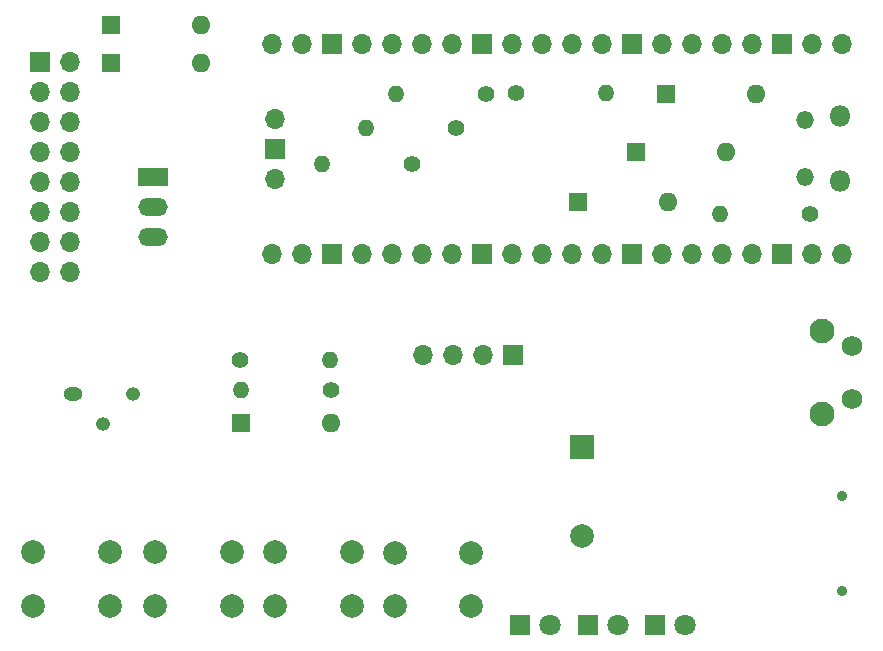
<source format=gbr>
%TF.GenerationSoftware,KiCad,Pcbnew,7.0.8*%
%TF.CreationDate,2023-11-12T18:19:46+02:00*%
%TF.ProjectId,PicoDrive,5069636f-4472-4697-9665-2e6b69636164,rev?*%
%TF.SameCoordinates,PX55854f8PY4548d10*%
%TF.FileFunction,Soldermask,Bot*%
%TF.FilePolarity,Negative*%
%FSLAX46Y46*%
G04 Gerber Fmt 4.6, Leading zero omitted, Abs format (unit mm)*
G04 Created by KiCad (PCBNEW 7.0.8) date 2023-11-12 18:19:46*
%MOMM*%
%LPD*%
G01*
G04 APERTURE LIST*
%ADD10R,2.000000X2.000000*%
%ADD11C,2.000000*%
%ADD12O,1.800000X1.800000*%
%ADD13O,1.500000X1.500000*%
%ADD14O,1.700000X1.700000*%
%ADD15R,1.700000X1.700000*%
%ADD16C,1.400000*%
%ADD17O,1.400000X1.400000*%
%ADD18R,1.600000X1.600000*%
%ADD19O,1.600000X1.600000*%
%ADD20R,1.800000X1.800000*%
%ADD21C,1.800000*%
%ADD22C,0.900000*%
%ADD23O,1.600000X1.200000*%
%ADD24O,1.200000X1.200000*%
%ADD25C,2.100000*%
%ADD26C,1.750000*%
%ADD27R,2.500000X1.500000*%
%ADD28O,2.500000X1.500000*%
G04 APERTURE END LIST*
D10*
%TO.C,BZ1*%
X49300000Y-39800000D03*
D11*
X49300000Y-47400000D03*
%TD*%
D12*
%TO.C,U1*%
X71165000Y-11835000D03*
D13*
X68135000Y-12135000D03*
X68135000Y-16985000D03*
D12*
X71165000Y-17285000D03*
D14*
X71295000Y-5670000D03*
X68755000Y-5670000D03*
D15*
X66215000Y-5670000D03*
D14*
X63675000Y-5670000D03*
X61135000Y-5670000D03*
X58595000Y-5670000D03*
X56055000Y-5670000D03*
D15*
X53515000Y-5670000D03*
D14*
X50975000Y-5670000D03*
X48435000Y-5670000D03*
X45895000Y-5670000D03*
X43355000Y-5670000D03*
D15*
X40815000Y-5670000D03*
D14*
X38275000Y-5670000D03*
X35735000Y-5670000D03*
X33195000Y-5670000D03*
X30655000Y-5670000D03*
D15*
X28115000Y-5670000D03*
D14*
X25575000Y-5670000D03*
X23035000Y-5670000D03*
X23035000Y-23450000D03*
X25575000Y-23450000D03*
D15*
X28115000Y-23450000D03*
D14*
X30655000Y-23450000D03*
X33195000Y-23450000D03*
X35735000Y-23450000D03*
X38275000Y-23450000D03*
D15*
X40815000Y-23450000D03*
D14*
X43355000Y-23450000D03*
X45895000Y-23450000D03*
X48435000Y-23450000D03*
X50975000Y-23450000D03*
D15*
X53515000Y-23450000D03*
D14*
X56055000Y-23450000D03*
X58595000Y-23450000D03*
X61135000Y-23450000D03*
X63675000Y-23450000D03*
D15*
X66215000Y-23450000D03*
D14*
X68755000Y-23450000D03*
X71295000Y-23450000D03*
X23265000Y-12020000D03*
D15*
X23265000Y-14560000D03*
D14*
X23265000Y-17100000D03*
%TD*%
D15*
%TO.C,J1*%
X3435000Y-7255000D03*
D14*
X5975000Y-7255000D03*
X3435000Y-9795000D03*
X5975000Y-9795000D03*
X3435000Y-12335000D03*
X5975000Y-12335000D03*
X3435000Y-14875000D03*
X5975000Y-14875000D03*
X3435000Y-17415000D03*
X5975000Y-17415000D03*
X3435000Y-19955000D03*
X5975000Y-19955000D03*
X3435000Y-22495000D03*
X5975000Y-22495000D03*
X3435000Y-25035000D03*
X5975000Y-25035000D03*
%TD*%
D16*
%TO.C,R22*%
X43705000Y-9825000D03*
D17*
X51325000Y-9825000D03*
%TD*%
D16*
%TO.C,R6*%
X34935000Y-15850000D03*
D17*
X27315000Y-15850000D03*
%TD*%
D16*
%TO.C,R7*%
X38610000Y-12850000D03*
D17*
X30990000Y-12850000D03*
%TD*%
D18*
%TO.C,D2*%
X9455000Y-7350000D03*
D19*
X17075000Y-7350000D03*
%TD*%
D16*
%TO.C,R26*%
X28025000Y-35000000D03*
D17*
X20405000Y-35000000D03*
%TD*%
D20*
%TO.C,BL_LED1*%
X55475000Y-54862500D03*
D21*
X58015000Y-54862500D03*
%TD*%
D16*
%TO.C,R25*%
X20330000Y-32500000D03*
D17*
X27950000Y-32500000D03*
%TD*%
D20*
%TO.C,RD_LED1*%
X49775000Y-54862500D03*
D21*
X52315000Y-54862500D03*
%TD*%
D22*
%TO.C,J4*%
X71328145Y-44009968D03*
X71328145Y-52009968D03*
%TD*%
D23*
%TO.C,Q3*%
X6200000Y-35350000D03*
D24*
X8740000Y-37890000D03*
X11280000Y-35350000D03*
%TD*%
D18*
%TO.C,D11*%
X20400000Y-37775000D03*
D19*
X28020000Y-37775000D03*
%TD*%
D18*
%TO.C,D14*%
X53880000Y-14875000D03*
D19*
X61500000Y-14875000D03*
%TD*%
D15*
%TO.C,J3*%
X43490000Y-32075000D03*
D14*
X40950000Y-32075000D03*
X38410000Y-32075000D03*
X35870000Y-32075000D03*
%TD*%
D25*
%TO.C,SW_RST1*%
X69647500Y-30025000D03*
X69647500Y-37035000D03*
D26*
X72137500Y-31275000D03*
X72137500Y-35775000D03*
%TD*%
D16*
%TO.C,R8*%
X41175000Y-9975000D03*
D17*
X33555000Y-9975000D03*
%TD*%
D27*
%TO.C,U2*%
X12952500Y-16942500D03*
D28*
X12952500Y-19482500D03*
X12952500Y-22022500D03*
%TD*%
D16*
%TO.C,R21*%
X68600000Y-20100000D03*
D17*
X60980000Y-20100000D03*
%TD*%
D11*
%TO.C,SW_ENT1*%
X29800000Y-53250000D03*
X23300000Y-53250000D03*
X29800000Y-48750000D03*
X23300000Y-48750000D03*
%TD*%
D18*
%TO.C,D15*%
X56380000Y-9925000D03*
D19*
X64000000Y-9925000D03*
%TD*%
D20*
%TO.C,GR_LED1*%
X44010000Y-54887500D03*
D21*
X46550000Y-54887500D03*
%TD*%
D18*
%TO.C,D1*%
X9455000Y-4075000D03*
D19*
X17075000Y-4075000D03*
%TD*%
D11*
%TO.C,SW_NXT1*%
X19625000Y-53250000D03*
X13125000Y-53250000D03*
X19625000Y-48750000D03*
X13125000Y-48750000D03*
%TD*%
D18*
%TO.C,D12*%
X48965000Y-19050000D03*
D19*
X56585000Y-19050000D03*
%TD*%
D11*
%TO.C,SW_PRV1*%
X9300000Y-53250000D03*
X2800000Y-53250000D03*
X9300000Y-48750000D03*
X2800000Y-48750000D03*
%TD*%
%TO.C,SW_BCK1*%
X39925000Y-53300000D03*
X33425000Y-53300000D03*
X39925000Y-48800000D03*
X33425000Y-48800000D03*
%TD*%
M02*

</source>
